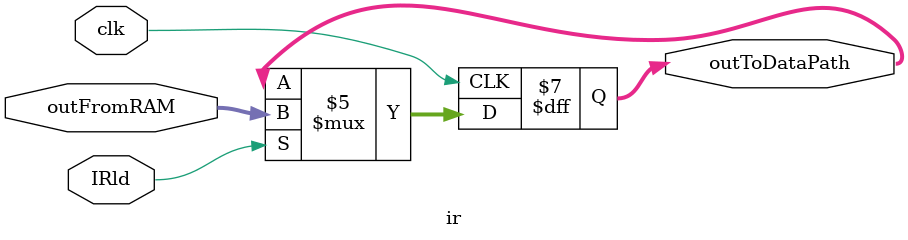
<source format=v>
/* Module of Instruction Register
   Programmed by: Lianne Sánchez Rodríguez
   Phase 4 
   Professor: Nestor Rodríguez 
*/
module ir(output reg [31:0] outToDataPath, input [31:0] outFromRAM, input IRld, input clk);
	initial begin
	 	outToDataPath = 32'b00000000000000000000000000000000;
	end
	always @(posedge clk) 
		begin
			
			if (IRld == 1 )
				outToDataPath <= outFromRAM;
		end
	 always @(outToDataPath)begin 

	 		//$display("IR %b, RAM %b", outToDataPath, outFromRAM);
	 end
endmodule

// module irRegister; 
// 	// Inputs of ALU
	
// 	reg [31:0] in;
// 	reg IRld;
// 	reg clk=0;
// 	//Outputs of ALU module
// 	wire [31:0] out;
// 	//test duration
// 	parameter stop_time = 10590;

// 	ir ir(out, in, IRld, clk);
// 	initial #stop_time $finish;

// 	initial begin

// 	#10 in= 32'b1000; IRld = 1;  
//  	#10 in= 32'b0011; #30 IRld=0;
//  	#30 in= 32'b1100; 
//  	#40 in= 32'b1111;

// 	end
// 		initial begin
// 		repeat (500) begin
// 			#5 clk = ~clk;
// 		end
// 	end
// 	initial begin
// 		$display ("\n\n\t\tInput\t\t\tOutput\t\t\tIRld");
// 		$monitor ("%0d\t%b\t\t%b\t%b", $time,in, out, IRld);
// 	end
	
//  endmodule
</source>
